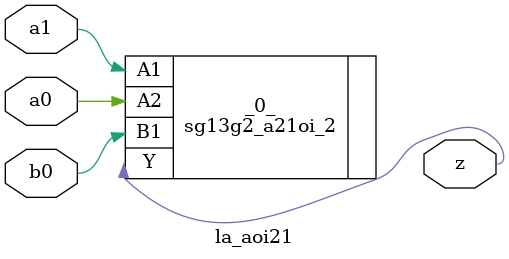
<source format=v>

/* Generated by Yosys 0.40+33 (git sha1 cd1fb8b15, g++ 11.4.0-1ubuntu1~22.04 -fPIC -Os) */

module la_aoi21(a0, a1, b0, z);
  input a0;
  wire a0;
  input a1;
  wire a1;
  input b0;
  wire b0;
  output z;
  wire z;
  sg13g2_a21oi_2 _0_ (
    .A1(a1),
    .A2(a0),
    .B1(b0),
    .Y(z)
  );
endmodule

</source>
